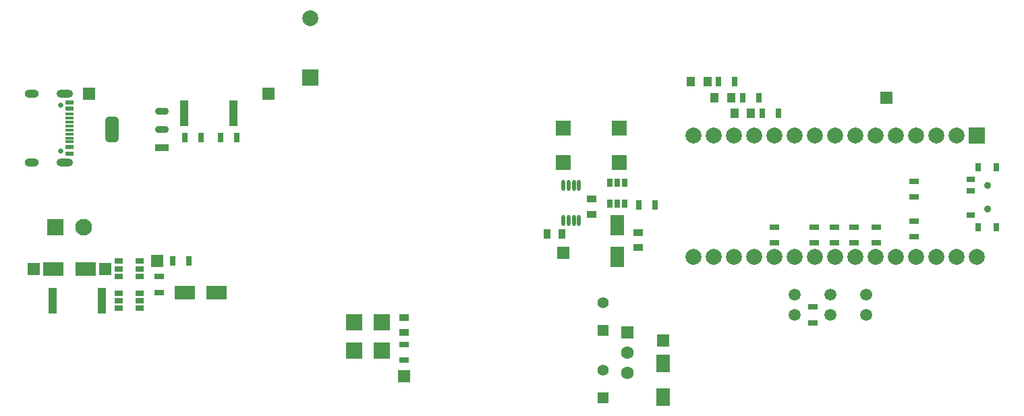
<source format=gbr>
%TF.GenerationSoftware,Altium Limited,Altium Designer,21.0.9 (235)*%
G04 Layer_Color=255*
%FSLAX45Y45*%
%MOMM*%
%TF.SameCoordinates,4BE4B6C8-753D-4877-B088-52E4D9ED0B03*%
%TF.FilePolarity,Positive*%
%TF.FileFunction,Pads,Top*%
%TF.Part,Single*%
G01*
G75*
%TA.AperFunction,SMDPad,CuDef*%
%ADD11R,0.90000X1.30000*%
%ADD12R,1.30000X0.90000*%
%ADD13O,0.45000X1.45000*%
G04:AMPARAMS|DCode=14|XSize=1.75415mm|YSize=3.17213mm|CornerRadius=0.45608mm|HoleSize=0mm|Usage=FLASHONLY|Rotation=180.000|XOffset=0mm|YOffset=0mm|HoleType=Round|Shape=RoundedRectangle|*
%AMROUNDEDRECTD14*
21,1,1.75415,2.25997,0,0,180.0*
21,1,0.84199,3.17213,0,0,180.0*
1,1,0.91216,-0.42100,1.12999*
1,1,0.91216,0.42100,1.12999*
1,1,0.91216,0.42100,-1.12999*
1,1,0.91216,-0.42100,-1.12999*
%
%ADD14ROUNDEDRECTD14*%
G04:AMPARAMS|DCode=15|XSize=1.75415mm|YSize=0.91339mm|CornerRadius=0.45669mm|HoleSize=0mm|Usage=FLASHONLY|Rotation=180.000|XOffset=0mm|YOffset=0mm|HoleType=Round|Shape=RoundedRectangle|*
%AMROUNDEDRECTD15*
21,1,1.75415,0.00000,0,0,180.0*
21,1,0.84076,0.91339,0,0,180.0*
1,1,0.91339,-0.42038,0.00000*
1,1,0.91339,0.42038,0.00000*
1,1,0.91339,0.42038,0.00000*
1,1,0.91339,-0.42038,0.00000*
%
%ADD15ROUNDEDRECTD15*%
%ADD16R,1.75415X0.91339*%
%ADD17R,0.80000X1.00000*%
%ADD18R,1.10000X0.70000*%
%ADD19R,1.00000X0.70000*%
%ADD20R,0.70000X1.00000*%
%ADD21R,0.70000X1.30000*%
%ADD22R,1.30000X0.70000*%
%ADD23R,1.90000X1.85000*%
%ADD24R,1.14000X0.30000*%
%ADD25R,1.14000X0.60000*%
%ADD26R,1.10000X1.20000*%
%ADD27R,1.70000X2.30000*%
%ADD28R,2.50000X1.70000*%
%ADD29R,1.70000X2.50000*%
%ADD30R,1.00000X3.20000*%
%ADD31R,2.00000X2.00000*%
%TA.AperFunction,ComponentPad*%
%ADD36C,2.00000*%
%ADD37R,2.00000X2.00000*%
%ADD38C,0.90000*%
%ADD39C,1.50000*%
%ADD40R,1.50000X1.50000*%
%ADD41R,1.50000X1.50000*%
%ADD42C,2.10000*%
%ADD43R,2.10000X2.10000*%
%ADD44R,1.60000X1.60000*%
%ADD45C,1.60000*%
%ADD46C,0.65000*%
%ADD47O,2.10000X1.00000*%
%ADD48O,1.80000X1.00000*%
%ADD49R,1.40000X1.40000*%
%ADD50C,1.40000*%
D11*
X10695000Y6290000D02*
D03*
X10885000D02*
D03*
D12*
X11840000Y6305000D02*
D03*
Y6115000D02*
D03*
X11250000Y6535000D02*
D03*
Y6725000D02*
D03*
X8900000Y5240000D02*
D03*
Y5050000D02*
D03*
D13*
X10902500Y6452500D02*
D03*
X10967500D02*
D03*
X11032500D02*
D03*
X11097500D02*
D03*
X10902500Y6897500D02*
D03*
X10967500D02*
D03*
X11032500D02*
D03*
X11097500D02*
D03*
D14*
X5237500Y7600000D02*
D03*
D15*
X5862500Y7830000D02*
D03*
Y7600000D02*
D03*
D16*
Y7370000D02*
D03*
D17*
X16105000Y7125000D02*
D03*
Y6375000D02*
D03*
X16335001D02*
D03*
Y7125000D02*
D03*
D18*
X16014999Y6525000D02*
D03*
Y6975000D02*
D03*
Y6825000D02*
D03*
D19*
X5320000Y5755000D02*
D03*
Y5850000D02*
D03*
Y5945000D02*
D03*
X5580000D02*
D03*
Y5850000D02*
D03*
Y5755000D02*
D03*
X5320000Y5355000D02*
D03*
Y5450000D02*
D03*
Y5545000D02*
D03*
X5580000D02*
D03*
Y5450000D02*
D03*
Y5355000D02*
D03*
D20*
X11480000Y6930000D02*
D03*
X11575000D02*
D03*
X11670000D02*
D03*
Y6670000D02*
D03*
X11575000D02*
D03*
X11480000D02*
D03*
D21*
X6200000Y5950000D02*
D03*
X6000000D02*
D03*
X11850000Y6650000D02*
D03*
X12050000D02*
D03*
X6350000Y7500000D02*
D03*
X6150000D02*
D03*
X6800000D02*
D03*
X6600000D02*
D03*
X13050000Y8200000D02*
D03*
X12850000D02*
D03*
X13350000Y8000000D02*
D03*
X13150000D02*
D03*
X13600000Y7800000D02*
D03*
X13400000D02*
D03*
D22*
X5825000Y5750000D02*
D03*
Y5550000D02*
D03*
X8900000Y4700000D02*
D03*
Y4900000D02*
D03*
X14050000Y6375000D02*
D03*
Y6175000D02*
D03*
X15300000Y6950000D02*
D03*
Y6750000D02*
D03*
X14030000Y5370000D02*
D03*
Y5170000D02*
D03*
X14825000Y6175000D02*
D03*
Y6375000D02*
D03*
X15300000Y6450000D02*
D03*
Y6250000D02*
D03*
X14300000Y6375000D02*
D03*
Y6175000D02*
D03*
X13550000Y6375000D02*
D03*
Y6175000D02*
D03*
X14550000Y6375000D02*
D03*
Y6175000D02*
D03*
D23*
X10900000Y7182500D02*
D03*
Y7617500D02*
D03*
X11600000Y7182500D02*
D03*
Y7617500D02*
D03*
D24*
X4700000Y7593000D02*
D03*
Y7643000D02*
D03*
Y7543000D02*
D03*
Y7693000D02*
D03*
Y7493000D02*
D03*
Y7743000D02*
D03*
Y7443000D02*
D03*
Y7793000D02*
D03*
D25*
Y7938000D02*
D03*
Y7858000D02*
D03*
Y7378000D02*
D03*
Y7298000D02*
D03*
D26*
X12710000Y8200000D02*
D03*
X12500000D02*
D03*
X13005000Y8000000D02*
D03*
X12795000D02*
D03*
X13255000Y7800000D02*
D03*
X13045000D02*
D03*
D27*
X12150000Y4240000D02*
D03*
Y4660000D02*
D03*
D28*
X4900000Y5850000D02*
D03*
X4500000D02*
D03*
X6550000Y5550000D02*
D03*
X6150000D02*
D03*
D29*
X11575000Y6400000D02*
D03*
Y6000000D02*
D03*
D30*
X5110000Y5450000D02*
D03*
X4490000D02*
D03*
X6140000Y7800000D02*
D03*
X6760000D02*
D03*
D31*
X8275000Y4825000D02*
D03*
X8625000Y5175000D02*
D03*
Y4825000D02*
D03*
X8275000Y5175000D02*
D03*
D36*
X16086000Y6000000D02*
D03*
X15832001D02*
D03*
X15578000D02*
D03*
X15324001D02*
D03*
X15070000D02*
D03*
X14816000D02*
D03*
X14562000D02*
D03*
X14308000D02*
D03*
X14053999D02*
D03*
X13800000D02*
D03*
X13546001D02*
D03*
X13292000D02*
D03*
X13038000D02*
D03*
X12784000D02*
D03*
X12530000D02*
D03*
Y7524000D02*
D03*
X12784000D02*
D03*
X13038000D02*
D03*
X13292000D02*
D03*
X13546001D02*
D03*
X13800000D02*
D03*
X14053999D02*
D03*
X14308000D02*
D03*
X14562000D02*
D03*
X14816000D02*
D03*
X15070000D02*
D03*
X15324001D02*
D03*
X15578000D02*
D03*
X15832001D02*
D03*
X7725000Y9000000D02*
D03*
D37*
X16086000Y7524000D02*
D03*
X7725000Y8250000D02*
D03*
D38*
X16220000Y6600000D02*
D03*
Y6900000D02*
D03*
D39*
X14250000Y5273000D02*
D03*
Y5527000D02*
D03*
X13800000Y5273000D02*
D03*
Y5527000D02*
D03*
X14700000Y5273000D02*
D03*
Y5527000D02*
D03*
D40*
X5800000Y5950000D02*
D03*
X5150000Y5850000D02*
D03*
X4250000D02*
D03*
X12150000Y4950000D02*
D03*
X14950000Y8000000D02*
D03*
X7200000Y8050000D02*
D03*
X4950000D02*
D03*
D41*
X10900000Y6050000D02*
D03*
X8900000Y4500000D02*
D03*
D42*
X4875000Y6370000D02*
D03*
D43*
X4525000D02*
D03*
D44*
X11700000Y5054000D02*
D03*
D45*
Y4800000D02*
D03*
Y4546000D02*
D03*
D46*
X4593000Y7329000D02*
D03*
Y7907000D02*
D03*
D47*
X4643000Y8050000D02*
D03*
Y7186000D02*
D03*
D48*
X4225000Y8050000D02*
D03*
Y7186000D02*
D03*
D49*
X11400000Y5075000D02*
D03*
Y4225000D02*
D03*
D50*
Y5425000D02*
D03*
Y4575000D02*
D03*
%TF.MD5,f3147e17bb638f80d5535d7a6fe82099*%
M02*

</source>
